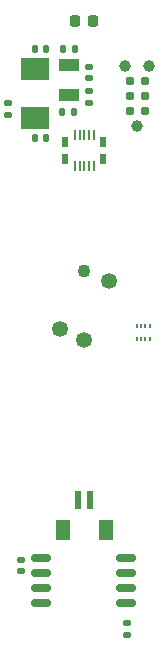
<source format=gbr>
%TF.GenerationSoftware,KiCad,Pcbnew,9.0.0*%
%TF.CreationDate,2025-03-13T15:41:24-04:00*%
%TF.ProjectId,IngestibleCapsule-Board,496e6765-7374-4696-926c-654361707375,rev?*%
%TF.SameCoordinates,Original*%
%TF.FileFunction,Soldermask,Bot*%
%TF.FilePolarity,Negative*%
%FSLAX46Y46*%
G04 Gerber Fmt 4.6, Leading zero omitted, Abs format (unit mm)*
G04 Created by KiCad (PCBNEW 9.0.0) date 2025-03-13 15:41:24*
%MOMM*%
%LPD*%
G01*
G04 APERTURE LIST*
G04 Aperture macros list*
%AMRoundRect*
0 Rectangle with rounded corners*
0 $1 Rounding radius*
0 $2 $3 $4 $5 $6 $7 $8 $9 X,Y pos of 4 corners*
0 Add a 4 corners polygon primitive as box body*
4,1,4,$2,$3,$4,$5,$6,$7,$8,$9,$2,$3,0*
0 Add four circle primitives for the rounded corners*
1,1,$1+$1,$2,$3*
1,1,$1+$1,$4,$5*
1,1,$1+$1,$6,$7*
1,1,$1+$1,$8,$9*
0 Add four rect primitives between the rounded corners*
20,1,$1+$1,$2,$3,$4,$5,0*
20,1,$1+$1,$4,$5,$6,$7,0*
20,1,$1+$1,$6,$7,$8,$9,0*
20,1,$1+$1,$8,$9,$2,$3,0*%
G04 Aperture macros list end*
%ADD10R,0.600000X1.550000*%
%ADD11R,1.200000X1.800000*%
%ADD12C,1.350000*%
%ADD13C,1.100000*%
%ADD14R,2.400000X1.900000*%
%ADD15R,0.220000X0.900000*%
%ADD16R,0.500000X0.850000*%
%ADD17C,0.990600*%
%ADD18C,0.787400*%
%ADD19RoundRect,0.135000X-0.185000X0.135000X-0.185000X-0.135000X0.185000X-0.135000X0.185000X0.135000X0*%
%ADD20RoundRect,0.140000X0.140000X0.170000X-0.140000X0.170000X-0.140000X-0.170000X0.140000X-0.170000X0*%
%ADD21RoundRect,0.225000X-0.225000X-0.250000X0.225000X-0.250000X0.225000X0.250000X-0.225000X0.250000X0*%
%ADD22RoundRect,0.140000X-0.140000X-0.170000X0.140000X-0.170000X0.140000X0.170000X-0.140000X0.170000X0*%
%ADD23RoundRect,0.147500X0.172500X-0.147500X0.172500X0.147500X-0.172500X0.147500X-0.172500X-0.147500X0*%
%ADD24RoundRect,0.140000X-0.170000X0.140000X-0.170000X-0.140000X0.170000X-0.140000X0.170000X0.140000X0*%
%ADD25RoundRect,0.162500X0.650000X0.162500X-0.650000X0.162500X-0.650000X-0.162500X0.650000X-0.162500X0*%
%ADD26R,0.230000X0.350000*%
%ADD27R,1.800000X1.000000*%
G04 APERTURE END LIST*
D10*
%TO.C,J6*%
X100500000Y-109163000D03*
X99500000Y-109163000D03*
D11*
X101800000Y-111688000D03*
X98200000Y-111688000D03*
%TD*%
D12*
%TO.C,U2*%
X100000000Y-95600000D03*
X102065000Y-90615000D03*
D13*
X100000000Y-89760000D03*
D12*
X97935000Y-94745000D03*
%TD*%
D14*
%TO.C,Y1*%
X95800000Y-76800000D03*
X95800000Y-72700000D03*
%TD*%
D15*
%TO.C,J5*%
X100800001Y-78285001D03*
X100399999Y-78285001D03*
X100000000Y-78285001D03*
X99600001Y-78285001D03*
X99199999Y-78285001D03*
X100800001Y-80914999D03*
X100399999Y-80914999D03*
X100000000Y-80914999D03*
X99600001Y-80914999D03*
X99199999Y-80914999D03*
D16*
X101600000Y-80340000D03*
X98400003Y-80340000D03*
X101600000Y-78860000D03*
X98400003Y-78860000D03*
%TD*%
D17*
%TO.C,J1*%
X104465000Y-77510000D03*
X103449000Y-72430000D03*
X105481000Y-72430000D03*
D18*
X103830000Y-76240000D03*
X105100000Y-76240000D03*
X103830000Y-74970000D03*
X105100000Y-74970000D03*
X103830000Y-73700000D03*
X105100000Y-73700000D03*
%TD*%
D19*
%TO.C,R4*%
X100400000Y-74590000D03*
X100400000Y-75610000D03*
%TD*%
D20*
%TO.C,C2*%
X96760000Y-78500000D03*
X95800000Y-78500000D03*
%TD*%
D19*
%TO.C,R8*%
X103597500Y-119610000D03*
X103597500Y-120630000D03*
%TD*%
D21*
%TO.C,C24*%
X99225000Y-68600000D03*
X100775000Y-68600000D03*
%TD*%
D22*
%TO.C,C4*%
X98140000Y-76300000D03*
X99100000Y-76300000D03*
%TD*%
D23*
%TO.C,D1*%
X100400000Y-73485000D03*
X100400000Y-72515000D03*
%TD*%
D19*
%TO.C,R1*%
X93500000Y-75590000D03*
X93500000Y-76610000D03*
%TD*%
D24*
%TO.C,C14*%
X94597500Y-114235000D03*
X94597500Y-115195000D03*
%TD*%
D25*
%TO.C,U4*%
X103535000Y-114090000D03*
X103535000Y-115360000D03*
X103535000Y-116630000D03*
X103535000Y-117900000D03*
X96360000Y-117900000D03*
X96360000Y-116630000D03*
X96360000Y-115360000D03*
X96360000Y-114090000D03*
%TD*%
D26*
%TO.C,J3*%
X104475000Y-94425000D03*
X104475000Y-95575000D03*
X104824999Y-94425000D03*
X104824999Y-95575000D03*
X105175001Y-94425000D03*
X105175001Y-95575000D03*
X105525000Y-94425000D03*
X105525000Y-95575000D03*
%TD*%
D20*
%TO.C,C1*%
X96760000Y-71000000D03*
X95800000Y-71000000D03*
%TD*%
D22*
%TO.C,C3*%
X98220000Y-71000000D03*
X99180000Y-71000000D03*
%TD*%
D27*
%TO.C,Y2*%
X98671772Y-74850000D03*
X98671772Y-72350000D03*
%TD*%
M02*

</source>
